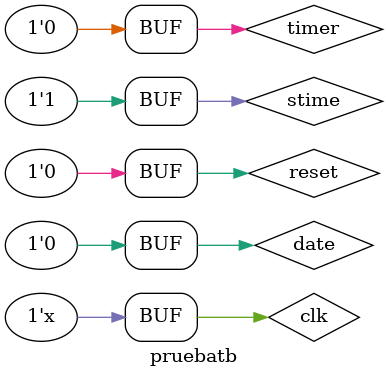
<source format=v>
`timescale 1ns / 1ps
module pruebatb();
    reg date, stime, timer, clk, reset;
    wire [3:0] control;
    wire [5:0] counter;
    prueba_edita list (.date(date),.stime(stime),.timer(timer),.clk(clk),.control(control),.reset(reset),.counter(counter));
    initial 
        begin
            #5 reset = 1;
            #5 reset = 0;
            clk = 0;
            stime = 1; 
            timer = 0;
            date = 0;
        end
    always
        begin
            #5 clk = ~clk;
        end             
endmodule

</source>
